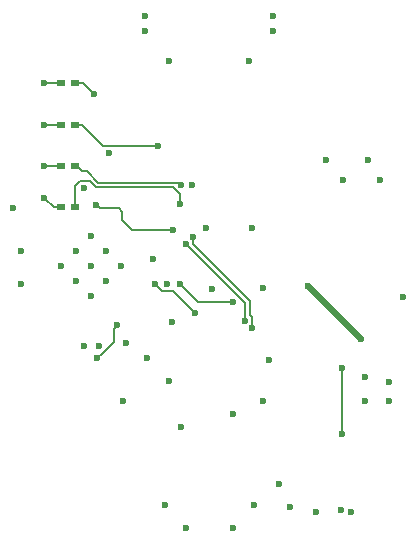
<source format=gbr>
G04 #@! TF.FileFunction,Copper,L1,Top,Signal*
%FSLAX46Y46*%
G04 Gerber Fmt 4.6, Leading zero omitted, Abs format (unit mm)*
G04 Created by KiCad (PCBNEW 4.0.7-e2-6376~58~ubuntu14.04.1) date Mon Apr  9 12:37:09 2018*
%MOMM*%
%LPD*%
G01*
G04 APERTURE LIST*
%ADD10C,0.100000*%
%ADD11R,0.800000X0.500000*%
%ADD12C,0.600000*%
%ADD13C,0.200000*%
%ADD14C,0.500000*%
G04 APERTURE END LIST*
D10*
D11*
X115824264Y-61500000D03*
X117024264Y-61500000D03*
X115824264Y-65000000D03*
X117024264Y-65000000D03*
X115824264Y-68500000D03*
X117024264Y-68500000D03*
X115824264Y-72000000D03*
X117024264Y-72000000D03*
D12*
X117824264Y-83750000D03*
X132024264Y-73800000D03*
X128124264Y-73800000D03*
X139724264Y-69700000D03*
X138324264Y-68000000D03*
X122924264Y-57100000D03*
X122924264Y-55800000D03*
X133824264Y-55800000D03*
X133824264Y-57100000D03*
X112424264Y-78500000D03*
X125024264Y-86700000D03*
X126024264Y-90600000D03*
X134324264Y-95400000D03*
X132924264Y-88400000D03*
X141624264Y-88400000D03*
X143624264Y-88400000D03*
X119924264Y-67400000D03*
X114424264Y-71200000D03*
X114424264Y-68500000D03*
X114424264Y-65000000D03*
X114424264Y-61500000D03*
X111824264Y-72100000D03*
X121324264Y-83500000D03*
X125024264Y-59600000D03*
X140424264Y-97800000D03*
X137424264Y-97800000D03*
X125224264Y-81700000D03*
X128624264Y-78900000D03*
X118424264Y-74454416D03*
X124824264Y-78500000D03*
X118424264Y-77000000D03*
X119697056Y-78272792D03*
X120969848Y-77000000D03*
X119697056Y-75727208D03*
X117151472Y-75727208D03*
X115878680Y-77000000D03*
X117151472Y-78272792D03*
X118424264Y-79545584D03*
X130424264Y-89500000D03*
X135224264Y-97400000D03*
X121124264Y-88400000D03*
X123124264Y-84800000D03*
X126924264Y-70100000D03*
X133424264Y-84900000D03*
X117824264Y-70400000D03*
X123674264Y-76400000D03*
X112424264Y-75700000D03*
X119024264Y-83750000D03*
X132924264Y-78800000D03*
X144824264Y-79600000D03*
X142824264Y-69700000D03*
X141824264Y-68000000D03*
X131724264Y-59600000D03*
X139524264Y-97600000D03*
X143624264Y-86800000D03*
X141624264Y-86400000D03*
X123824264Y-78500000D03*
X127224264Y-81000000D03*
X118624264Y-62400000D03*
X124024264Y-66800000D03*
X126030194Y-70096442D03*
X125924264Y-71700000D03*
X139664266Y-91200000D03*
X139624264Y-85600000D03*
X132024264Y-82200000D03*
X127024264Y-74500000D03*
X136724264Y-78700000D03*
X141224264Y-83200000D03*
X125924264Y-78500000D03*
X130424264Y-80000000D03*
X125324264Y-73900000D03*
X118824264Y-71800000D03*
X118924264Y-84800000D03*
X120624264Y-82000000D03*
X131424264Y-81600000D03*
X126424264Y-75100000D03*
X130424264Y-99200000D03*
X126424264Y-99200000D03*
X124624264Y-97200000D03*
X132224264Y-97200000D03*
D13*
X115824264Y-72000000D02*
X115224264Y-72000000D01*
X115224264Y-72000000D02*
X114424264Y-71200000D01*
X115824264Y-68500000D02*
X114424264Y-68500000D01*
X115824264Y-65000000D02*
X114424264Y-65000000D01*
X115824264Y-61500000D02*
X114424264Y-61500000D01*
X124424264Y-79100000D02*
X125324264Y-79100000D01*
X125324264Y-79100000D02*
X126100000Y-79875736D01*
X123824264Y-78500000D02*
X124424264Y-79100000D01*
X127224264Y-81000000D02*
X126100000Y-79875736D01*
X118624264Y-62400000D02*
X117724264Y-61500000D01*
X117724264Y-61500000D02*
X117024264Y-61500000D01*
X117624264Y-65000000D02*
X119424264Y-66800000D01*
X124024264Y-66800000D02*
X119424264Y-66800000D01*
X117024264Y-65000000D02*
X117624264Y-65000000D01*
X125843741Y-69909989D02*
X126030194Y-70096442D01*
X118037387Y-68950000D02*
X118997376Y-69909989D01*
X117174264Y-68500000D02*
X117624264Y-68950000D01*
X117624264Y-68950000D02*
X118037387Y-68950000D01*
X118997376Y-69909989D02*
X125843741Y-69909989D01*
X117024264Y-68500000D02*
X117174264Y-68500000D01*
X125924264Y-71700000D02*
X125924264Y-71275736D01*
X125924264Y-70900000D02*
X125324264Y-70300000D01*
X125924264Y-71275736D02*
X125924264Y-70900000D01*
X117024264Y-70600000D02*
X117024264Y-72000000D01*
X117024264Y-70221419D02*
X117024264Y-70600000D01*
X117480902Y-69764781D02*
X117024264Y-70221419D01*
X118289045Y-69764781D02*
X117480902Y-69764781D01*
X118824264Y-70300000D02*
X118289045Y-69764781D01*
X125324264Y-70300000D02*
X118824264Y-70300000D01*
X139664266Y-91200000D02*
X139664266Y-85640002D01*
X139664266Y-85640002D02*
X139624264Y-85600000D01*
X131824264Y-81100000D02*
X132024264Y-81300000D01*
X132024264Y-81300000D02*
X132024264Y-82200000D01*
X131824264Y-79900000D02*
X131824264Y-81100000D01*
X127024264Y-75100000D02*
X131824264Y-79900000D01*
X127024264Y-74500000D02*
X127024264Y-75100000D01*
D14*
X141224264Y-83200000D02*
X136724264Y-78700000D01*
D13*
X130000000Y-80000000D02*
X127424264Y-80000000D01*
X127424264Y-80000000D02*
X125924264Y-78500000D01*
X130424264Y-80000000D02*
X130000000Y-80000000D01*
X121024264Y-73100000D02*
X121824264Y-73900000D01*
X121824264Y-73900000D02*
X125324264Y-73900000D01*
X121024264Y-72400000D02*
X121024264Y-73100000D01*
X120724263Y-72099999D02*
X121024264Y-72400000D01*
X118824264Y-71800000D02*
X119124263Y-72099999D01*
X119124263Y-72099999D02*
X120724263Y-72099999D01*
X118824264Y-71800000D02*
X118924264Y-71800000D01*
X119324264Y-84400000D02*
X118924264Y-84800000D01*
X120324265Y-83399999D02*
X119324264Y-84400000D01*
X120624264Y-82000000D02*
X120324265Y-82299999D01*
X120324265Y-82299999D02*
X120324265Y-83399999D01*
X130824264Y-79500000D02*
X131424264Y-80100000D01*
X131424264Y-80100000D02*
X131424264Y-81600000D01*
X126424264Y-75100000D02*
X130824264Y-79500000D01*
M02*

</source>
